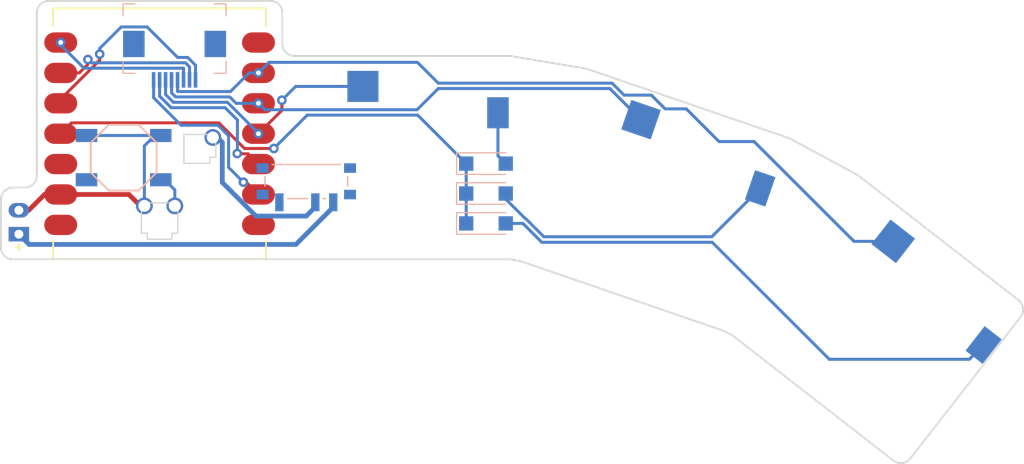
<source format=kicad_pcb>
(kicad_pcb (version 20221018) (generator pcbnew)
  (title_block (title "left_thumbs") (rev "rev1.4") (company "nikservik"))
  (layers (0 "F.Cu" signal) (31 "B.Cu" signal) (34 "B.Paste" user) (35 "F.Paste" user) (36 "B.SilkS" user "B.Silkscreen") (37 "F.SilkS" user "F.Silkscreen") (38 "B.Mask" user) (39 "F.Mask" user) (44 "Edge.Cuts" user))
  (net 0 "")
  (net 1 "C3")
  (net 2 "R4_C3")
  (net 3 "C4")
  (net 4 "R4_C4")
  (net 5 "C5")
  (net 6 "R4_C5")
  (net 7 "R4")
  (net 8 "P0")
  (net 9 "C1")
  (net 10 "C2")
  (net 11 "P6")
  (net 12 "R1")
  (net 13 "R2")
  (net 14 "R3")
  (net 15 "RAW3V3")
  (net 16 "GND")
  (net 17 "RAW5V")
  (net 18 "BATP")
  (net 19 "RST")
  (net 20 "BAT_P")
  (footprint "E73:SW_TACT_ALPS_SKQGABE010" (layer "F.Cu") (at 217.041967 41.88441)
    (fp_text reference "B1" hide)
    (fp_text value "" hide)
    (fp_line (start -2.75 -1.25) (end -2.75 1.25) (stroke (width 0.15)) (layer "B.SilkS"))
    (fp_line (start -2.75 -1.25) (end -1.25 -2.75) (stroke (width 0.15)) (layer "B.SilkS"))
    (fp_line (start -2.75 1.25) (end -1.25 2.75) (stroke (width 0.15)) (layer "B.SilkS"))
    (fp_line (start -1.25 -2.75) (end 1.25 -2.75) (stroke (width 0.15)) (layer "B.SilkS"))
    (fp_line (start -1.25 2.75) (end 1.25 2.75) (stroke (width 0.15)) (layer "B.SilkS"))
    (fp_line (start 2.75 -1.25) (end 1.25 -2.75) (stroke (width 0.15)) (layer "B.SilkS"))
    (fp_line (start 2.75 -1.25) (end 2.75 1.25) (stroke (width 0.15)) (layer "B.SilkS"))
    (fp_line (start 2.75 1.25) (end 1.25 2.75) (stroke (width 0.15)) (layer "B.SilkS"))
    (pad "1" smd rect (at -3.1 -1.85) (size 1.8 1.1) (layers "B.Cu" "B.Paste" "B.Mask") (net 16 "GND"))
    (pad "1" smd rect (at 3.1 -1.85) (size 1.8 1.1) (layers "B.Cu" "B.Paste" "B.Mask") (net 16 "GND"))
    (pad "2" smd rect (at -3.1 1.85) (size 1.8 1.1) (layers "B.Cu" "B.Paste" "B.Mask") (net 19 "RST"))
    (pad "2" smd rect (at 3.1 1.85) (size 1.8 1.1) (layers "B.Cu" "B.Paste" "B.Mask") (net 19 "RST"))
  )
  (footprint "PG1353" (layer "F.Cu") (at 261.401967 45.40441 -18.952)
    (fp_text reference "S2" hide)
    (fp_text value "" hide)
    (pad "" np_thru_hole circle (at 0 -5.95) (size 3 3) (drill 3) (layers "*.Cu" "*.Mask"))
    (pad "" np_thru_hole circle (at 0 0) (size 5 5) (drill 5) (layers "*.Cu" "*.Mask"))
    (pad "" np_thru_hole circle (at 5 -3.75) (size 3 3) (drill 3) (layers "*.Cu" "*.Mask"))
    (pad "1" smd rect (at -3.275 -5.95 341.048) (size 2.6 2.6) (layers "B.Cu" "B.Paste" "B.Mask") (net 3 "C4"))
    (pad "2" smd rect (at 8 -3.75 341.048) (size 1.8 2.6) (layers "B.Cu" "B.Paste" "B.Mask") (net 4 "R4_C4"))
  )
  (footprint "power_switch" (layer "F.Cu") (at 232.291967 43.88441 90)
    (fp_text reference "" (at 0 0 90) (layer "F.SilkS") (effects (font (size 1.27 1.27))))
    (fp_text value "" (at 0 0 90) (layer "F.SilkS") (effects (font (size 1.27 1.27))))
    (fp_line (start -1.425 -1.6) (end -1.425 0.1) (stroke (width 0.12)) (layer "B.SilkS"))
    (fp_line (start -1.425 1.4) (end -1.425 1.6) (stroke (width 0.12)) (layer "B.SilkS"))
    (fp_line (start -0.375 -3.45) (end 0.415 -3.45) (stroke (width 0.12)) (layer "B.SilkS"))
    (fp_line (start 0.415 3.45) (end -0.375 3.45) (stroke (width 0.12)) (layer "B.SilkS"))
    (fp_line (start 1.425 -2.85) (end 1.425 2.85) (stroke (width 0.12)) (layer "B.SilkS"))
    (pad "" smd rect (at -1.085 -3.65) (size 1 0.8) (layers "B.Cu" "B.Paste" "B.Mask"))
    (pad "" smd rect (at -1.085 3.65) (size 1 0.8) (layers "B.Cu" "B.Paste" "B.Mask"))
    (pad "" np_thru_hole circle (at 0.025 -1.5 180) (size 0.9 0.9) (drill 0.9) (layers "*.Cu" "*.Mask"))
    (pad "" np_thru_hole circle (at 0.025 1.5 180) (size 0.9 0.9) (drill 0.9) (layers "*.Cu" "*.Mask"))
    (pad "" smd rect (at 1.125 -3.65) (size 1 0.8) (layers "B.Cu" "B.Paste" "B.Mask"))
    (pad "" smd rect (at 1.125 3.65) (size 1 0.8) (layers "B.Cu" "B.Paste" "B.Mask"))
    (pad "4" smd rect (at -1.735 2.25) (size 0.7 1.5) (layers "B.Cu" "B.Paste" "B.Mask") (net 20 "BAT_P"))
    (pad "5" smd rect (at -1.735 0.75) (size 0.7 1.5) (layers "B.Cu" "B.Paste" "B.Mask") (net 18 "BATP"))
    (pad "6" smd rect (at -1.735 -2.25) (size 0.7 1.5) (layers "B.Cu" "B.Paste" "B.Mask"))
  )
  (footprint "PG1353" (layer "F.Cu") (at 280.224404 55.589614 -37.904)
    (fp_text reference "S3" hide)
    (fp_text value "" hide)
    (pad "" np_thru_hole circle (at 0 -5.95) (size 3 3) (drill 3) (layers "*.Cu" "*.Mask"))
    (pad "" np_thru_hole circle (at 0 0) (size 5 5) (drill 5) (layers "*.Cu" "*.Mask"))
    (pad "" np_thru_hole circle (at 5 -3.75) (size 3 3) (drill 3) (layers "*.Cu" "*.Mask"))
    (pad "1" smd rect (at -3.275 -5.95 322.096) (size 2.6 2.6) (layers "B.Cu" "B.Paste" "B.Mask") (net 5 "C5"))
    (pad "2" smd rect (at 8 -3.75 322.096) (size 1.8 2.6) (layers "B.Cu" "B.Paste" "B.Mask") (net 6 "R4_C5"))
  )
  (footprint "BatteryPad" (layer "F.Cu") (at 208.291967 47.28441 90)
    (fp_text reference "BAT1" hide)
    (fp_text value "" hide)
    (fp_line (start -2.1 -0.25) (end -2.1 0.25) (stroke (width 0.15)) (layer "F.SilkS"))
    (fp_line (start -1.85 0) (end -2.35 0) (stroke (width 0.15)) (layer "F.SilkS"))
    (pad "1" thru_hole rect (at -1 0 90) (size 1.2 1.7) (drill 0.75) (layers "*.Cu" "*.Mask") (net 20 "BAT_P"))
    (pad "2" thru_hole oval (at 1 0 90) (size 1.2 1.7) (drill 0.75) (layers "*.Cu" "*.Mask") (net 16 "GND"))
  )
  (footprint "MountingHole_2.2mm_M2_Pad_Via" (layer "F.Cu") (at 271.61651 48.91199 -18.952)
    (fp_text reference "_3" hide)
    (fp_text value "" (at 0 0 -18.952) (layer "F.SilkS") (effects (font (size 1.27 1.27))))
    (pad "" np_thru_hole circle (at 0 0) (size 2.2 2.2) (drill 2.2) (layers "*.Cu" "*.Mask"))
  )
  (footprint "Seeeduino XIAO nRF52840" (layer "F.Cu") (at 220.041967 39.88441 180)
    (fp_text reference "_1" hide)
    (fp_text value "" hide)
    (fp_line (start -8.89 -10.48) (end -8.89 -9) (stroke (width 0.15)) (layer "F.SilkS"))
    (fp_line (start -8.89 10.48) (end -8.89 9) (stroke (width 0.15)) (layer "F.SilkS"))
    (fp_line (start -8.89 10.48) (end 8.89 10.48) (stroke (width 0.15)) (layer "F.SilkS"))
    (fp_line (start 8.89 -10.48) (end -8.89 -10.48) (stroke (width 0.15)) (layer "F.SilkS"))
    (fp_line (start 8.89 -10.48) (end 8.89 -9) (stroke (width 0.15)) (layer "F.SilkS"))
    (fp_line (start 8.89 10.48) (end 8.89 9) (stroke (width 0.15)) (layer "F.SilkS"))
    (fp_line (start -4.695 -1.972) (end -4.195 -1.972) (stroke (width 0.1)) (layer "Edge.Cuts"))
    (fp_line (start -4.695 -0.567) (end -4.695 -1.972) (stroke (width 0.1)) (layer "Edge.Cuts"))
    (fp_line (start -4.195 -2.472) (end -2.032 -2.472) (stroke (width 0.1)) (layer "Edge.Cuts"))
    (fp_line (start -4.195 -1.972) (end -4.195 -2.472) (stroke (width 0.1)) (layer "Edge.Cuts"))
    (fp_line (start -4.195 -0.567) (end -4.695 -0.567) (stroke (width 0.1)) (layer "Edge.Cuts"))
    (fp_line (start -4.195 -0.067) (end -4.195 -0.567) (stroke (width 0.1)) (layer "Edge.Cuts"))
    (fp_line (start -2.032 -2.472) (end -2.032 -0.067) (stroke (width 0.1)) (layer "Edge.Cuts"))
    (fp_line (start -2.032 -0.067) (end -4.195 -0.067) (stroke (width 0.1)) (layer "Edge.Cuts"))
    (fp_line (start -1.52 -8.322) (end -1.02 -8.322) (stroke (width 0.1)) (layer "Edge.Cuts"))
    (fp_line (start -1.52 -6.282) (end -1.52 -8.322) (stroke (width 0.1)) (layer "Edge.Cuts"))
    (fp_line (start -1.02 -8.822) (end 1.02 -8.822) (stroke (width 0.1)) (layer "Edge.Cuts"))
    (fp_line (start -1.02 -8.322) (end -1.02 -8.822) (stroke (width 0.1)) (layer "Edge.Cuts"))
    (fp_line (start -1.02 -6.282) (end -1.52 -6.282) (stroke (width 0.1)) (layer "Edge.Cuts"))
    (fp_line (start -1.02 -5.782) (end -1.02 -6.282) (stroke (width 0.1)) (layer "Edge.Cuts"))
    (fp_line (start 1.02 -8.822) (end 1.02 -8.322) (stroke (width 0.1)) (layer "Edge.Cuts"))
    (fp_line (start 1.02 -8.322) (end 1.52 -8.322) (stroke (width 0.1)) (layer "Edge.Cuts"))
    (fp_line (start 1.02 -6.282) (end 1.02 -5.782) (stroke (width 0.1)) (layer "Edge.Cuts"))
    (fp_line (start 1.02 -5.782) (end -1.02 -5.782) (stroke (width 0.1)) (layer "Edge.Cuts"))
    (fp_line (start 1.52 -8.322) (end 1.52 -6.282) (stroke (width 0.1)) (layer "Edge.Cuts"))
    (fp_line (start 1.52 -6.282) (end 1.02 -6.282) (stroke (width 0.1)) (layer "Edge.Cuts"))
    (pad "" thru_hole circle (at -4.445 -0.317) (size 1.4 1.4) (drill 1) (layers "*.Cu" "*.Mask") (net 18 "BATP"))
    (pad "" thru_hole circle (at -1.27 -6.033) (size 1.4 1.4) (drill 1) (layers "*.Cu" "*.Mask") (net 19 "RST"))
    (pad "" thru_hole circle (at 1.27 -6.033) (size 1.4 1.4) (drill 1) (layers "*.Cu" "*.Mask") (net 16 "GND"))
    (pad "1" smd oval (at -8.255 -7.62 180) (size 2.75 1.7) (layers "F.Cu" "F.Paste" "F.Mask") (net 8 "P0"))
    (pad "2" smd oval (at -8.255 -5.08 180) (size 2.75 1.7) (layers "F.Cu" "F.Paste" "F.Mask") (net 9 "C1"))
    (pad "3" smd oval (at -8.255 -2.54 180) (size 2.75 1.7) (layers "F.Cu" "F.Paste" "F.Mask") (net 10 "C2"))
    (pad "4" smd oval (at -8.255 0 180) (size 2.75 1.7) (layers "F.Cu" "F.Paste" "F.Mask") (net 1 "C3"))
    (pad "5" smd oval (at -8.255 2.54 180) (size 2.75 1.7) (layers "F.Cu" "F.Paste" "F.Mask") (net 3 "C4"))
    (pad "6" smd oval (at -8.255 5.08 180) (size 2.75 1.7) (layers "F.Cu" "F.Paste" "F.Mask") (net 5 "C5"))
    (pad "7" smd oval (at -8.255 7.62 180) (size 2.75 1.7) (layers "F.Cu" "F.Paste" "F.Mask") (net 11 "P6"))
    (pad "8" smd oval (at 8.255 7.62 180) (size 2.75 1.7) (layers "F.Cu" "F.Paste" "F.Mask") (net 12 "R1"))
    (pad "9" smd oval (at 8.255 5.08 180) (size 2.75 1.7) (layers "F.Cu" "F.Paste" "F.Mask") (net 13 "R2"))
    (pad "10" smd oval (at 8.255 2.54 180) (size 2.75 1.7) (layers "F.Cu" "F.Paste" "F.Mask") (net 14 "R3"))
    (pad "11" smd oval (at 8.255 0 180) (size 2.75 1.7) (layers "F.Cu" "F.Paste" "F.Mask") (net 7 "R4"))
    (pad "12" smd oval (at 8.255 -2.54 180) (size 2.75 1.7) (layers "F.Cu" "F.Paste" "F.Mask") (net 15 "RAW3V3"))
    (pad "13" smd oval (at 8.255 -5.08 180) (size 2.75 1.7) (layers "F.Cu" "F.Paste" "F.Mask") (net 16 "GND"))
    (pad "14" smd oval (at 8.255 -7.62 180) (size 2.75 1.7) (layers "F.Cu" "F.Paste" "F.Mask") (net 17 "RAW5V"))
  )
  (footprint "PG1353" (layer "F.Cu") (at 240.291967 41.88441)
    (fp_text reference "S1" hide)
    (fp_text value "" hide)
    (pad "" np_thru_hole circle (at 0 -5.95) (size 3 3) (drill 3) (layers "*.Cu" "*.Mask"))
    (pad "" np_thru_hole circle (at 0 0) (size 5 5) (drill 5) (layers "*.Cu" "*.Mask"))
    (pad "" np_thru_hole circle (at 5 -3.75) (size 3 3) (drill 3) (layers "*.Cu" "*.Mask"))
    (pad "1" smd rect (at -3.275 -5.95) (size 2.6 2.6) (layers "B.Cu" "B.Paste" "B.Mask") (net 1 "C3"))
    (pad "2" smd rect (at 8 -3.75) (size 1.8 2.6) (layers "B.Cu" "B.Paste" "B.Mask") (net 2 "R4_C3"))
  )
  (footprint "SmdDiode" (layer "B.Cu") (at 247.291967 44.88441 -90)
    (fp_text reference "" (at 0 0 -90) (layer "F.SilkS") (effects (font (size 1.27 1.27))))
    (fp_text value "" (at 0 0 -90) (layer "F.SilkS") (effects (font (size 1.27 1.27))))
    (fp_line (start -3.4 2.45) (end -3.4 -1.65) (stroke (width 0.1)) (layer "B.SilkS"))
    (fp_line (start -1.6 -1.65) (end -1.6 2.45) (stroke (width 0.1)) (layer "B.SilkS"))
    (fp_line (start -1.6 2.45) (end -3.4 2.45) (stroke (width 0.1)) (layer "B.SilkS"))
    (pad "1" smd rect (at -2.5 -1.65 270) (size 1.2 1.2) (layers "B.Cu" "B.Paste" "B.Mask") (net 2 "R4_C3"))
    (pad "2" smd rect (at -2.5 1.65 270) (size 1.2 1.2) (layers "B.Cu" "B.Paste" "B.Mask") (net 7 "R4"))
  )
  (footprint "HKW FPC Socket" (layer "B.Cu") (at 221.291967 32.38441)
    (fp_text reference "_2" hide)
    (fp_text value "" hide)
    (fp_line (start -4.3 -3.35) (end -4.3 -2.35) (stroke (width 0.1)) (layer "B.SilkS"))
    (fp_line (start -4.3 -3.35) (end -3.3 -3.35) (stroke (width 0.1)) (layer "B.SilkS"))
    (fp_line (start -4.3 2.45) (end -4.3 1.45) (stroke (width 0.1)) (layer "B.SilkS"))
    (fp_line (start -4.3 2.45) (end -3.3 2.45) (stroke (width 0.1)) (layer "B.SilkS"))
    (fp_line (start 4.3 -3.35) (end 3.3 -3.35) (stroke (width 0.1)) (layer "B.SilkS"))
    (fp_line (start 4.3 -3.35) (end 4.3 -2.35) (stroke (width 0.1)) (layer "B.SilkS"))
    (fp_line (start 4.3 2.45) (end 3.3 2.45) (stroke (width 0.1)) (layer "B.SilkS"))
    (fp_line (start 4.3 2.45) (end 4.3 1.45) (stroke (width 0.1)) (layer "B.SilkS"))
    (pad "" smd rect (at -3.4 0) (size 1.8 2.2) (layers "B.Cu" "B.Paste" "B.Mask"))
    (pad "" smd rect (at 3.4 0) (size 1.8 2.2) (layers "B.Cu" "B.Paste" "B.Mask"))
    (pad "1" smd rect (at -1.75 3) (size 0.3 1.3) (layers "B.Cu" "B.Paste" "B.Mask") (net 9 "C1"))
    (pad "2" smd rect (at -1.25 3) (size 0.3 1.3) (layers "B.Cu" "B.Paste" "B.Mask") (net 10 "C2"))
    (pad "3" smd rect (at -0.75 3) (size 0.3 1.3) (layers "B.Cu" "B.Paste" "B.Mask") (net 1 "C3"))
    (pad "4" smd rect (at -0.25 3) (size 0.3 1.3) (layers "B.Cu" "B.Paste" "B.Mask") (net 3 "C4"))
    (pad "5" smd rect (at 0.25 3) (size 0.3 1.3) (layers "B.Cu" "B.Paste" "B.Mask") (net 5 "C5"))
    (pad "6" smd rect (at 0.75 3) (size 0.3 1.3) (layers "B.Cu" "B.Paste" "B.Mask") (net 12 "R1"))
    (pad "7" smd rect (at 1.25 3) (size 0.3 1.3) (layers "B.Cu" "B.Paste" "B.Mask") (net 13 "R2"))
    (pad "8" smd rect (at 1.75 3) (size 0.3 1.3) (layers "B.Cu" "B.Paste" "B.Mask") (net 14 "R3"))
  )
  (footprint "SmdDiode" (layer "B.Cu") (at 247.291967 44.88441 -90)
    (fp_text reference "" (at 0 0 -90) (layer "F.SilkS") (effects (font (size 1.27 1.27))))
    (fp_text value "" (at 0 0 -90) (layer "F.SilkS") (effects (font (size 1.27 1.27))))
    (fp_line (start -0.9 2.45) (end -0.9 -1.65) (stroke (width 0.1)) (layer "B.SilkS"))
    (fp_line (start 0.9 -1.65) (end 0.9 2.45) (stroke (width 0.1)) (layer "B.SilkS"))
    (fp_line (start 0.9 2.45) (end -0.9 2.45) (stroke (width 0.1)) (layer "B.SilkS"))
    (pad "1" smd rect (at 0 -1.65 270) (size 1.2 1.2) (layers "B.Cu" "B.Paste" "B.Mask") (net 4 "R4_C4"))
    (pad "2" smd rect (at 0 1.65 270) (size 1.2 1.2) (layers "B.Cu" "B.Paste" "B.Mask") (net 7 "R4"))
  )
  (footprint "SmdDiode" (layer "B.Cu") (at 247.291967 44.88441 -90)
    (fp_text reference "" (at 0 0 -90) (layer "F.SilkS") (effects (font (size 1.27 1.27))))
    (fp_text value "" (at 0 0 -90) (layer "F.SilkS") (effects (font (size 1.27 1.27))))
    (fp_line (start 1.6 2.45) (end 1.6 -1.65) (stroke (width 0.1)) (layer "B.SilkS"))
    (fp_line (start 3.4 -1.65) (end 3.4 2.45) (stroke (width 0.1)) (layer "B.SilkS"))
    (fp_line (start 3.4 2.45) (end 1.6 2.45) (stroke (width 0.1)) (layer "B.SilkS"))
    (pad "1" smd rect (at 2.5 -1.65 270) (size 1.2 1.2) (layers "B.Cu" "B.Paste" "B.Mask") (net 6 "R4_C5"))
    (pad "2" smd rect (at 2.5 1.65 270) (size 1.2 1.2) (layers "B.Cu" "B.Paste" "B.Mask") (net 7 "R4"))
  )
  (gr_line (start 208.791967 44.38441) (end 207.791967 44.38441) (stroke (width 0.15)) (layer "Edge.Cuts"))
  (gr_line (start 209.791967 29.78441) (end 209.791967 43.38441) (stroke (width 0.15)) (layer "Edge.Cuts"))
  (gr_arc (start 206.791967 45.38441) (mid 207.08486 44.677303) (end 207.791967 44.38441) (stroke (width 0.15)) (layer "Edge.Cuts"))
  (gr_line (start 291.758626 53.797486) (end 278.410537 43.404786) (stroke (width 0.15)) (layer "Edge.Cuts"))
  (gr_arc (start 231.291967 33.38441) (mid 230.58486 33.091517) (end 230.291967 32.38441) (stroke (width 0.15)) (layer "Edge.Cuts"))
  (gr_arc (start 282.718223 67.036485) (mid 282.052714 67.414486) (end 281.314841 67.211187) (stroke (width 0.15)) (layer "Edge.Cuts"))
  (gr_line (start 255.568417 34.428558) (end 249.373459 33.397967) (stroke (width 0.15)) (layer "Edge.Cuts"))
  (gr_arc (start 255.568417 34.428558) (mid 255.649597 34.44555) (end 255.729089 34.46921) (stroke (width 0.15)) (layer "Edge.Cuts"))
  (gr_line (start 230.291967 32.38441) (end 230.291967 29.78441) (stroke (width 0.15)) (layer "Edge.Cuts"))
  (gr_arc (start 209.791967 43.38441) (mid 209.499074 44.091517) (end 208.791967 44.38441) (stroke (width 0.15)) (layer "Edge.Cuts"))
  (gr_arc (start 249.209355 33.38441) (mid 249.291687 33.387805) (end 249.373459 33.397967) (stroke (width 0.15)) (layer "Edge.Cuts"))
  (gr_line (start 231.291967 33.38441) (end 249.209355 33.38441) (stroke (width 0.15)) (layer "Edge.Cuts"))
  (gr_arc (start 229.291967 28.78441) (mid 229.999074 29.077303) (end 230.291967 29.78441) (stroke (width 0.15)) (layer "Edge.Cuts"))
  (gr_line (start 207.791967 50.38441) (end 249.291967 50.38441) (stroke (width 0.15)) (layer "Edge.Cuts"))
  (gr_arc (start 207.791967 50.38441) (mid 207.08486 50.091517) (end 206.791967 49.38441) (stroke (width 0.15)) (layer "Edge.Cuts"))
  (gr_line (start 229.291967 28.78441) (end 210.791967 28.78441) (stroke (width 0.15)) (layer "Edge.Cuts"))
  (gr_arc (start 209.791967 29.78441) (mid 210.08486 29.077303) (end 210.791967 28.78441) (stroke (width 0.15)) (layer "Edge.Cuts"))
  (gr_line (start 249.291967 50.38441) (end 250.129253 50.52065) (stroke (width 0.15)) (layer "Edge.Cuts"))
  (gr_line (start 278.271778 43.314155) (end 272.747353 40.327459) (stroke (width 0.15)) (layer "Edge.Cuts"))
  (gr_line (start 206.791967 45.38441) (end 206.791967 49.38441) (stroke (width 0.15)) (layer "Edge.Cuts"))
  (gr_line (start 267.153491 56.366617) (end 267.901141 56.767402) (stroke (width 0.15)) (layer "Edge.Cuts"))
  (gr_line (start 272.596548 40.26134) (end 255.729089 34.46921) (stroke (width 0.15)) (layer "Edge.Cuts"))
  (gr_arc (start 272.596548 40.26134) (mid 272.673314 40.29129) (end 272.747353 40.327459) (stroke (width 0.15)) (layer "Edge.Cuts"))
  (gr_line (start 282.718222 67.036486) (end 291.933327 55.200868) (stroke (width 0.15)) (layer "Edge.Cuts"))
  (gr_arc (start 278.271778 43.314155) (mid 278.343038 43.356591) (end 278.410537 43.404786) (stroke (width 0.15)) (layer "Edge.Cuts"))
  (gr_line (start 250.129253 50.52065) (end 267.153491 56.366617) (stroke (width 0.15)) (layer "Edge.Cuts"))
  (gr_line (start 267.901141 56.767402) (end 281.314841 67.211187) (stroke (width 0.15)) (layer "Edge.Cuts"))
  (gr_arc (start 291.758626 53.797487) (mid 292.136626 54.462996) (end 291.933327 55.200868) (stroke (width 0.15)) (layer "Edge.Cuts"))
  (segment (start 230.249724 37.931653) (end 228.296967 39.88441) (width 0.25) (layer "F.Cu") (net 1))
  (segment (start 230.249724 37.08491) (end 230.249724 37.931653) (width 0.25) (layer "F.Cu") (net 1))
  (via (at 230.249724 37.08491) (size 0.8) (drill 0.4) (layers "F.Cu" "B.Cu") (net 1))
  (via (at 228.296967 39.88441) (size 0.8) (drill 0.4) (layers "F.Cu" "B.Cu") (net 1))
  (segment (start 231.400224 35.93441) (end 230.249724 37.08491) (width 0.25) (layer "B.Cu") (net 1))
  (segment (start 228.296967 39.846967) (end 228.296967 39.88441) (width 0.25) (layer "B.Cu") (net 1))
  (segment (start 220.541967 36.607202) (end 221.194765 37.26) (width 0.25) (layer "B.Cu") (net 1))
  (segment (start 221.194765 37.26) (end 225.71 37.26) (width 0.25) (layer "B.Cu") (net 1))
  (segment (start 237.016967 35.93441) (end 231.400224 35.93441) (width 0.25) (layer "B.Cu") (net 1))
  (segment (start 225.71 37.26) (end 228.296967 39.846967) (width 0.25) (layer "B.Cu") (net 1))
  (segment (start 220.541967 35.38441) (end 220.541967 36.607202) (width 0.25) (layer "B.Cu") (net 1))
  (segment (start 248.291967 41.73441) (end 248.941967 42.38441) (width 0.25) (layer "B.Cu") (net 2))
  (segment (start 248.291967 38.13441) (end 248.291967 41.73441) (width 0.25) (layer "B.Cu") (net 2))
  (via (at 228.296967 37.34441) (size 0.8) (drill 0.4) (layers "F.Cu" "B.Cu") (net 3))
  (segment (start 221.381161 36.81) (end 225.896396 36.81) (width 0.25) (layer "B.Cu") (net 3))
  (segment (start 243.31 36.11) (end 241.54 37.88) (width 0.25) (layer "B.Cu") (net 3))
  (segment (start 260.236918 38.713312) (end 257.633606 36.11) (width 0.25) (layer "B.Cu") (net 3))
  (segment (start 221.041967 35.38441) (end 221.041967 36.470806) (width 0.25) (layer "B.Cu") (net 3))
  (segment (start 226.430806 37.34441) (end 228.296967 37.34441) (width 0.25) (layer "B.Cu") (net 3))
  (segment (start 225.896396 36.81) (end 226.430806 37.34441) (width 0.25) (layer "B.Cu") (net 3))
  (segment (start 241.54 37.88) (end 228.832557 37.88) (width 0.25) (layer "B.Cu") (net 3))
  (segment (start 221.041967 36.470806) (end 221.381161 36.81) (width 0.25) (layer "B.Cu") (net 3))
  (segment (start 257.633606 36.11) (end 243.31 36.11) (width 0.25) (layer "B.Cu") (net 3))
  (segment (start 228.832557 37.88) (end 228.296967 37.34441) (width 0.25) (layer "B.Cu") (net 3))
  (segment (start 252.126396 48.5) (end 250.560806 46.93441) (width 0.25) (layer "B.Cu") (net 4))
  (segment (start 266.142106 48.5) (end 252.126396 48.5) (width 0.25) (layer "B.Cu") (net 4))
  (segment (start 248.941967 45.351967) (end 248.941967 44.88441) (width 0.25) (layer "B.Cu") (net 4))
  (segment (start 250.52441 46.93441) (end 248.941967 45.351967) (width 0.25) (layer "B.Cu") (net 4))
  (segment (start 250.560806 46.93441) (end 250.52441 46.93441) (width 0.25) (layer "B.Cu") (net 4))
  (segment (start 270.186205 44.455901) (end 266.142106 48.5) (width 0.25) (layer "B.Cu") (net 4))
  (via (at 228.296967 34.80441) (size 0.8) (drill 0.4) (layers "F.Cu" "B.Cu") (net 5))
  (segment (start 221.541967 35.38441) (end 221.541967 36.33441) (width 0.25) (layer "B.Cu") (net 5))
  (segment (start 257.820002 35.66) (end 243.31 35.66) (width 0.25) (layer "B.Cu") (net 5))
  (segment (start 243.31 35.66) (end 241.57 33.92) (width 0.25) (layer "B.Cu") (net 5))
  (segment (start 221.541967 36.33441) (end 221.566967 36.35941) (width 0.25) (layer "B.Cu") (net 5))
  (segment (start 261.102282 36.66) (end 258.820002 36.66) (width 0.25) (layer "B.Cu") (net 5))
  (segment (start 229.181377 33.92) (end 228.296967 34.80441) (width 0.25) (layer "B.Cu") (net 5))
  (segment (start 281.295619 48.882854) (end 278.018311 48.882854) (width 0.25) (layer "B.Cu") (net 5))
  (segment (start 269.675457 40.54) (end 266.74908 40.54) (width 0.25) (layer "B.Cu") (net 5))
  (segment (start 241.57 33.92) (end 229.181377 33.92) (width 0.25) (layer "B.Cu") (net 5))
  (segment (start 278.018311 48.882854) (end 269.675457 40.54) (width 0.25) (layer "B.Cu") (net 5))
  (segment (start 264.01908 37.81) (end 262.252282 37.81) (width 0.25) (layer "B.Cu") (net 5))
  (segment (start 266.74908 40.54) (end 264.01908 37.81) (width 0.25) (layer "B.Cu") (net 5))
  (segment (start 221.566967 36.35941) (end 225.96059 36.35941) (width 0.25) (layer "B.Cu") (net 5))
  (segment (start 258.820002 36.66) (end 257.820002 35.66) (width 0.25) (layer "B.Cu") (net 5))
  (segment (start 262.252282 37.81) (end 261.102282 36.66) (width 0.25) (layer "B.Cu") (net 5))
  (segment (start 225.96059 36.35941) (end 227.51559 34.80441) (width 0.25) (layer "B.Cu") (net 5))
  (segment (start 227.51559 34.80441) (end 228.296967 34.80441) (width 0.25) (layer "B.Cu") (net 5))
  (segment (start 251.95 48.96) (end 250.37441 47.38441) (width 0.25) (layer "B.Cu") (net 6))
  (segment (start 266.18 48.96) (end 251.95 48.96) (width 0.25) (layer "B.Cu") (net 6))
  (segment (start 275.96 58.74) (end 266.18 48.96) (width 0.25) (layer "B.Cu") (net 6))
  (segment (start 250.37441 47.38441) (end 248.941967 47.38441) (width 0.25) (layer "B.Cu") (net 6))
  (segment (start 288.84051 57.545432) (end 287.645942 58.74) (width 0.25) (layer "B.Cu") (net 6))
  (segment (start 287.645942 58.74) (end 275.96 58.74) (width 0.25) (layer "B.Cu") (net 6))
  (segment (start 212.691377 38.98) (end 211.786967 39.88441) (width 0.25) (layer "F.Cu") (net 7))
  (segment (start 229.58163 41.118899) (end 227.128899 41.118899) (width 0.25) (layer "F.Cu") (net 7))
  (segment (start 227.128899 41.118899) (end 224.99 38.98) (width 0.25) (layer "F.Cu") (net 7))
  (segment (start 224.99 38.98) (end 212.691377 38.98) (width 0.25) (layer "F.Cu") (net 7))
  (via (at 229.58163 41.118899) (size 0.8) (drill 0.4) (layers "F.Cu" "B.Cu") (net 7))
  (segment (start 232.370529 38.33) (end 229.58163 41.118899) (width 0.25) (layer "B.Cu") (net 7))
  (segment (start 245.641967 47.38441) (end 245.641967 44.88441) (width 0.25) (layer "B.Cu") (net 7))
  (segment (start 245.641967 44.88441) (end 245.641967 42.38441) (width 0.25) (layer "B.Cu") (net 7))
  (segment (start 245.641967 42.38441) (end 241.587557 38.33) (width 0.25) (layer "B.Cu") (net 7))
  (segment (start 241.587557 38.33) (end 232.370529 38.33) (width 0.25) (layer "B.Cu") (net 7))
  (segment (start 227.270947 43.93839) (end 228.296967 44.96441) (width 0.25) (layer "F.Cu") (net 9))
  (segment (start 227.041611 43.93839) (end 227.270947 43.93839) (width 0.25) (layer "F.Cu") (net 9))
  (via (at 227.041611 43.93839) (size 0.8) (drill 0.4) (layers "F.Cu" "B.Cu") (net 9))
  (segment (start 225.80192 40.06192) (end 225.80192 42.698699) (width 0.25) (layer "B.Cu") (net 9))
  (segment (start 225.80192 42.698699) (end 227.041611 43.93839) (width 0.25) (layer "B.Cu") (net 9))
  (segment (start 219.541967 36.879994) (end 221.838383 39.17641) (width 0.25) (layer "B.Cu") (net 9))
  (segment (start 219.541967 35.38441) (end 219.541967 36.879994) (width 0.25) (layer "B.Cu") (net 9))
  (segment (start 224.91641 39.17641) (end 225.80192 40.06192) (width 0.25) (layer "B.Cu") (net 9))
  (segment (start 221.838383 39.17641) (end 224.91641 39.17641) (width 0.25) (layer "B.Cu") (net 9))
  (segment (start 226.52692 41.541519) (end 226.915123 41.541519) (width 0.25) (layer "F.Cu") (net 10))
  (segment (start 226.942503 41.568899) (end 227.441456 41.568899) (width 0.25) (layer "F.Cu") (net 10))
  (segment (start 227.441456 41.568899) (end 228.296967 42.42441) (width 0.25) (layer "F.Cu") (net 10))
  (segment (start 226.915123 41.541519) (end 226.942503 41.568899) (width 0.25) (layer "F.Cu") (net 10))
  (via (at 226.52692 41.541519) (size 0.8) (drill 0.4) (layers "F.Cu" "B.Cu") (net 10))
  (segment (start 226.54 38.74) (end 225.51 37.71) (width 0.25) (layer "B.Cu") (net 10))
  (segment (start 226.54 41.528439) (end 226.54 38.74) (width 0.25) (layer "B.Cu") (net 10))
  (segment (start 220.041967 36.743598) (end 220.041967 35.38441) (width 0.25) (layer "B.Cu") (net 10))
  (segment (start 221.008369 37.71) (end 220.041967 36.743598) (width 0.25) (layer "B.Cu") (net 10))
  (segment (start 226.52692 41.541519) (end 226.54 41.528439) (width 0.25) (layer "B.Cu") (net 10))
  (segment (start 225.51 37.71) (end 221.008369 37.71) (width 0.25) (layer "B.Cu") (net 10))
  (via (at 211.786967 32.26441) (size 0.8) (drill 0.4) (layers "F.Cu" "B.Cu") (net 12))
  (segment (start 211.786967 32.466967) (end 211.786967 32.26441) (width 0.25) (layer "B.Cu") (net 12))
  (segment (start 222.041967 34.43441) (end 222.016967 34.40941) (width 0.25) (layer "B.Cu") (net 12))
  (segment (start 213.72941 34.40941) (end 211.786967 32.466967) (width 0.25) (layer "B.Cu") (net 12))
  (segment (start 222.041967 35.38441) (end 222.041967 34.43441) (width 0.25) (layer "B.Cu") (net 12))
  (segment (start 222.016967 34.40941) (end 213.72941 34.40941) (width 0.25) (layer "B.Cu") (net 12))
  (segment (start 213.337272 34.80441) (end 211.786967 34.80441) (width 0.25) (layer "F.Cu") (net 13))
  (segment (start 214.057299 34.084383) (end 213.337272 34.80441) (width 0.25) (layer "F.Cu") (net 13))
  (segment (start 214.057299 33.68491) (end 214.057299 34.084383) (width 0.25) (layer "F.Cu") (net 13))
  (via (at 214.057299 33.68491) (size 0.8) (drill 0.4) (layers "F.Cu" "B.Cu") (net 13))
  (segment (start 222.203363 33.95941) (end 222.541967 34.298014) (width 0.25) (layer "B.Cu") (net 13))
  (segment (start 214.057299 33.68491) (end 214.331799 33.95941) (width 0.25) (layer "B.Cu") (net 13))
  (segment (start 214.331799 33.95941) (end 222.203363 33.95941) (width 0.25) (layer "B.Cu") (net 13))
  (segment (start 222.541967 34.298014) (end 222.541967 35.38441) (width 0.25) (layer "B.Cu") (net 13))
  (segment (start 211.786967 36.991111) (end 211.786967 37.34441) (width 0.25) (layer "F.Cu") (net 14))
  (segment (start 215.040709 33.23491) (end 215.040709 33.737369) (width 0.25) (layer "F.Cu") (net 14))
  (segment (start 215.040709 33.737369) (end 211.786967 36.991111) (width 0.25) (layer "F.Cu") (net 14))
  (via (at 215.040709 33.23491) (size 0.8) (drill 0.4) (layers "F.Cu" "B.Cu") (net 14))
  (segment (start 218.99941 30.95941) (end 221.54941 33.50941) (width 0.25) (layer "B.Cu") (net 14))
  (segment (start 215.040709 32.759291) (end 216.84059 30.95941) (width 0.25) (layer "B.Cu") (net 14))
  (segment (start 221.54941 33.50941) (end 222.389759 33.50941) (width 0.25) (layer "B.Cu") (net 14))
  (segment (start 223.041967 34.161618) (end 223.041967 35.38441) (width 0.25) (layer "B.Cu") (net 14))
  (segment (start 216.84059 30.95941) (end 218.99941 30.95941) (width 0.25) (layer "B.Cu") (net 14))
  (segment (start 222.389759 33.50941) (end 223.041967 34.161618) (width 0.25) (layer "B.Cu") (net 14))
  (segment (start 215.040709 33.23491) (end 215.040709 32.759291) (width 0.25) (layer "B.Cu") (net 14))
  (segment (start 211.786967 44.96441) (end 217.481058 44.96441) (width 0.4) (layer "F.Cu") (net 16))
  (segment (start 209.11559 46.28441) (end 210.43559 44.96441) (width 0.4) (layer "F.Cu") (net 16))
  (segment (start 210.43559 44.96441) (end 211.786967 44.96441) (width 0.4) (layer "F.Cu") (net 16))
  (segment (start 208.291967 46.28441) (end 209.11559 46.28441) (width 0.4) (layer "F.Cu") (net 16))
  (segment (start 217.481058 44.96441) (end 218.408058 45.89141) (width 0.4) (layer "F.Cu") (net 16))
  (segment (start 219.63559 40.03441) (end 218.771967 40.898033) (width 0.25) (layer "B.Cu") (net 16))
  (segment (start 218.771967 40.898033) (end 218.771967 45.91741) (width 0.25) (layer "B.Cu") (net 16))
  (segment (start 220.141967 40.03441) (end 219.63559 40.03441) (width 0.25) (layer "B.Cu") (net 16))
  (segment (start 213.941967 40.03441) (end 220.141967 40.03441) (width 0.25) (layer "B.Cu") (net 16))
  (segment (start 225.27692 40.602454) (end 224.850876 40.17641) (width 0.4) (layer "B.Cu") (net 18))
  (segment (start 228.08941 46.76941) (end 225.27692 43.95692) (width 0.4) (layer "B.Cu") (net 18))
  (segment (start 232.28059 46.76941) (end 228.08941 46.76941) (width 0.4) (layer "B.Cu") (net 18))
  (segment (start 233.041967 45.61941) (end 233.041967 46.008033) (width 0.4) (layer "B.Cu") (net 18))
  (segment (start 225.27692 43.95692) (end 225.27692 40.602454) (width 0.4) (layer "B.Cu") (net 18))
  (segment (start 233.041967 46.008033) (end 232.28059 46.76941) (width 0.4) (layer "B.Cu") (net 18))
  (segment (start 221.311967 44.581967) (end 221.311967 45.91741) (width 0.25) (layer "B.Cu") (net 19))
  (segment (start 220.46441 43.73441) (end 221.311967 44.581967) (width 0.25) (layer "B.Cu") (net 19))
  (segment (start 220.141967 43.73441) (end 220.46441 43.73441) (width 0.25) (layer "B.Cu") (net 19))
  (segment (start 234.541967 45.61941) (end 234.541967 46.01941) (width 0.4) (layer "B.Cu") (net 20))
  (segment (start 209.147557 49.14) (end 208.291967 48.28441) (width 0.4) (layer "B.Cu") (net 20))
  (segment (start 231.421377 49.14) (end 209.147557 49.14) (width 0.4) (layer "B.Cu") (net 20))
  (segment (start 234.541967 46.01941) (end 231.421377 49.14) (width 0.4) (layer "B.Cu") (net 20))
)
</source>
